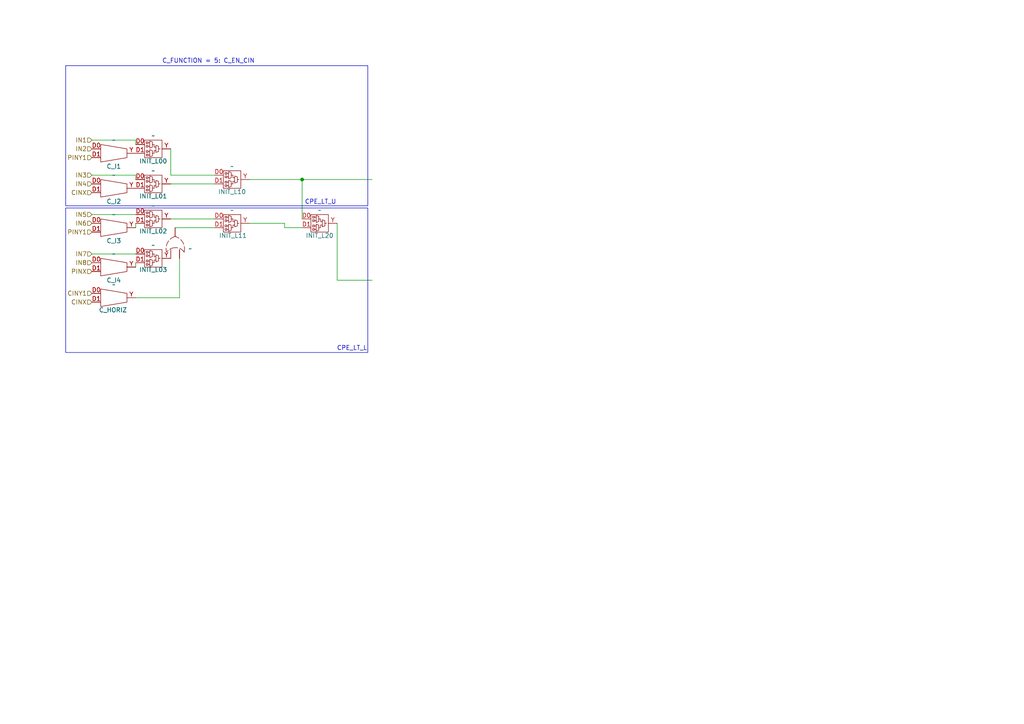
<source format=kicad_sch>
(kicad_sch
	(version 20250114)
	(generator "eeschema")
	(generator_version "9.0")
	(uuid "eb744f4d-ed1c-4ed4-afae-79c7c0942f52")
	(paper "A4")
	(lib_symbols
		(symbol "peppercorn:LUT2"
			(exclude_from_sim no)
			(in_bom yes)
			(on_board yes)
			(property "Reference" "L"
				(at 0 3.556 0)
				(effects
					(font
						(size 1.27 1.27)
					)
				)
			)
			(property "Value" ""
				(at 0 0 0)
				(effects
					(font
						(size 1.27 1.27)
					)
				)
			)
			(property "Footprint" ""
				(at 0 0 0)
				(effects
					(font
						(size 1.27 1.27)
					)
					(hide yes)
				)
			)
			(property "Datasheet" ""
				(at 0 0 0)
				(effects
					(font
						(size 1.27 1.27)
					)
					(hide yes)
				)
			)
			(property "Description" ""
				(at 0 0 0)
				(effects
					(font
						(size 1.27 1.27)
					)
					(hide yes)
				)
			)
			(symbol "LUT2_0_1"
				(rectangle
					(start -2.54 2.54)
					(end 2.54 -2.54)
					(stroke
						(width 0)
						(type default)
					)
					(fill
						(type none)
					)
				)
				(rectangle
					(start -2.032 2.032)
					(end -1.524 1.524)
					(stroke
						(width 0)
						(type default)
					)
					(fill
						(type none)
					)
				)
				(rectangle
					(start -2.032 1.016)
					(end -1.524 0.508)
					(stroke
						(width 0)
						(type default)
					)
					(fill
						(type none)
					)
				)
				(rectangle
					(start -2.032 -0.508)
					(end -1.524 -1.016)
					(stroke
						(width 0)
						(type default)
					)
					(fill
						(type none)
					)
				)
				(rectangle
					(start -2.032 -1.524)
					(end -1.524 -2.032)
					(stroke
						(width 0)
						(type default)
					)
					(fill
						(type none)
					)
				)
				(polyline
					(pts
						(xy -1.524 1.778) (xy -1.016 1.778)
					)
					(stroke
						(width 0)
						(type default)
					)
					(fill
						(type none)
					)
				)
				(polyline
					(pts
						(xy -1.524 0.762) (xy -1.016 0.762)
					)
					(stroke
						(width 0)
						(type default)
					)
					(fill
						(type none)
					)
				)
				(polyline
					(pts
						(xy -1.524 -0.762) (xy -1.016 -0.762)
					)
					(stroke
						(width 0)
						(type default)
					)
					(fill
						(type none)
					)
				)
				(polyline
					(pts
						(xy -1.524 -1.778) (xy -1.016 -1.778)
					)
					(stroke
						(width 0)
						(type default)
					)
					(fill
						(type none)
					)
				)
				(polyline
					(pts
						(xy -1.016 0.254) (xy -1.016 2.286) (xy -0.254 2.032) (xy -0.254 0.508) (xy -1.016 0.254)
					)
					(stroke
						(width 0)
						(type default)
					)
					(fill
						(type none)
					)
				)
				(polyline
					(pts
						(xy -1.016 -0.254) (xy -1.016 -2.286) (xy -0.254 -2.032) (xy -0.254 -0.508) (xy -1.016 -0.254)
					)
					(stroke
						(width 0)
						(type default)
					)
					(fill
						(type none)
					)
				)
				(polyline
					(pts
						(xy -0.254 1.27) (xy 0.254 1.27) (xy 0.254 0.508) (xy 0.762 0.508)
					)
					(stroke
						(width 0)
						(type default)
					)
					(fill
						(type none)
					)
				)
				(polyline
					(pts
						(xy -0.254 -1.27) (xy 0.254 -1.27) (xy 0.254 -0.508) (xy 0.762 -0.508)
					)
					(stroke
						(width 0)
						(type default)
					)
					(fill
						(type none)
					)
				)
				(polyline
					(pts
						(xy 0.762 -1.016) (xy 0.762 1.016) (xy 1.524 0.762) (xy 1.524 -0.762) (xy 0.762 -1.016)
					)
					(stroke
						(width 0)
						(type default)
					)
					(fill
						(type none)
					)
				)
				(polyline
					(pts
						(xy 1.524 0) (xy 2.032 0)
					)
					(stroke
						(width 0)
						(type default)
					)
					(fill
						(type none)
					)
				)
			)
			(symbol "LUT2_1_1"
				(pin input line
					(at -5.08 1.27 0)
					(length 2.54)
					(name ""
						(effects
							(font
								(size 1.27 1.27)
							)
						)
					)
					(number "D0"
						(effects
							(font
								(size 1.27 1.27)
							)
						)
					)
				)
				(pin input line
					(at -5.08 -1.27 0)
					(length 2.54)
					(name ""
						(effects
							(font
								(size 1.27 1.27)
							)
						)
					)
					(number "D1"
						(effects
							(font
								(size 1.27 1.27)
							)
						)
					)
				)
				(pin output line
					(at 5.08 0 180)
					(length 2.54)
					(name ""
						(effects
							(font
								(size 1.27 1.27)
							)
						)
					)
					(number "Y"
						(effects
							(font
								(size 1.27 1.27)
							)
						)
					)
				)
			)
			(embedded_fonts no)
		)
		(symbol "peppercorn:MUX2B"
			(exclude_from_sim no)
			(in_bom yes)
			(on_board yes)
			(property "Reference" "C"
				(at 0 -3.81 0)
				(effects
					(font
						(size 1.27 1.27)
					)
				)
			)
			(property "Value" ""
				(at 0 0 0)
				(effects
					(font
						(size 1.27 1.27)
					)
				)
			)
			(property "Footprint" ""
				(at 0 0 0)
				(effects
					(font
						(size 1.27 1.27)
					)
					(hide yes)
				)
			)
			(property "Datasheet" ""
				(at 0 0 0)
				(effects
					(font
						(size 1.27 1.27)
					)
					(hide yes)
				)
			)
			(property "Description" ""
				(at 0 0 0)
				(effects
					(font
						(size 1.27 1.27)
					)
					(hide yes)
				)
			)
			(symbol "MUX2B_0_1"
				(polyline
					(pts
						(xy -3.81 -2.54) (xy -3.81 2.54) (xy 3.81 1.27) (xy 3.81 -1.27) (xy -3.81 -2.54)
					)
					(stroke
						(width 0)
						(type default)
					)
					(fill
						(type none)
					)
				)
			)
			(symbol "MUX2B_1_1"
				(pin input line
					(at -6.35 1.27 0)
					(length 2.54)
					(name ""
						(effects
							(font
								(size 1.27 1.27)
							)
						)
					)
					(number "D0"
						(effects
							(font
								(size 1.27 1.27)
							)
						)
					)
				)
				(pin input line
					(at -6.35 -1.27 0)
					(length 2.54)
					(name ""
						(effects
							(font
								(size 1.27 1.27)
							)
						)
					)
					(number "D1"
						(effects
							(font
								(size 1.27 1.27)
							)
						)
					)
				)
				(pin output line
					(at 6.35 0 180)
					(length 2.54)
					(name ""
						(effects
							(font
								(size 1.27 1.27)
							)
						)
					)
					(number "Y"
						(effects
							(font
								(size 1.27 1.27)
							)
						)
					)
				)
			)
			(embedded_fonts no)
		)
		(symbol "peppercorn:OR"
			(exclude_from_sim no)
			(in_bom yes)
			(on_board yes)
			(property "Reference" "U"
				(at -1.27 0 0)
				(effects
					(font
						(size 1.27 1.27)
					)
				)
			)
			(property "Value" ""
				(at 0 0 0)
				(effects
					(font
						(size 1.27 1.27)
					)
				)
			)
			(property "Footprint" ""
				(at 0 0 0)
				(effects
					(font
						(size 1.27 1.27)
					)
					(hide yes)
				)
			)
			(property "Datasheet" ""
				(at 0 0 0)
				(effects
					(font
						(size 1.27 1.27)
					)
					(hide yes)
				)
			)
			(property "Description" ""
				(at 0 0 0)
				(effects
					(font
						(size 1.27 1.27)
					)
					(hide yes)
				)
			)
			(symbol "OR_1_1"
				(arc
					(start -3.275 2.49)
					(mid -2.3293 1.3753)
					(end -2.005 -0.05)
					(stroke
						(width 0)
						(type dash)
					)
					(fill
						(type none)
					)
				)
				(arc
					(start -2.005 -0.05)
					(mid -2.2775 -1.5013)
					(end -3.275 -2.59)
					(stroke
						(width 0)
						(type dash)
					)
					(fill
						(type none)
					)
				)
				(arc
					(start 1.27 0)
					(mid -0.4662 -2.2363)
					(end -3.2752 -2.5898)
					(stroke
						(width 0)
						(type dash)
					)
					(fill
						(type none)
					)
				)
				(arc
					(start -3.2752 2.4898)
					(mid -0.4869 2.1863)
					(end 1.27 0)
					(stroke
						(width 0)
						(type dash)
					)
					(fill
						(type none)
					)
				)
				(pin input line
					(at -5.08 1.27 0)
					(length 2.54)
					(name ""
						(effects
							(font
								(size 1.27 1.27)
							)
						)
					)
					(number ""
						(effects
							(font
								(size 1.27 1.27)
							)
						)
					)
				)
				(pin input line
					(at -5.08 -1.27 0)
					(length 2.54)
					(name ""
						(effects
							(font
								(size 1.27 1.27)
							)
						)
					)
					(number ""
						(effects
							(font
								(size 1.27 1.27)
							)
						)
					)
				)
				(pin input line
					(at 3.81 0 180)
					(length 2.54)
					(name ""
						(effects
							(font
								(size 1.27 1.27)
							)
						)
					)
					(number ""
						(effects
							(font
								(size 1.27 1.27)
							)
						)
					)
				)
			)
			(embedded_fonts no)
		)
	)
	(rectangle
		(start 19.05 60.325)
		(end 106.68 102.235)
		(stroke
			(width 0)
			(type default)
		)
		(fill
			(type none)
		)
		(uuid 290c1a59-09f9-422b-b8d8-d50fac1936aa)
	)
	(rectangle
		(start 19.05 19.05)
		(end 106.68 59.69)
		(stroke
			(width 0)
			(type default)
		)
		(fill
			(type none)
		)
		(uuid e2e3eb39-a083-411f-a529-982776159f32)
	)
	(text "CPE_LT_U"
		(exclude_from_sim no)
		(at 92.964 58.674 0)
		(effects
			(font
				(size 1.27 1.27)
			)
		)
		(uuid "3d2d775c-999d-4fff-940f-df30329ae2cd")
	)
	(text "CPE_LT_L"
		(exclude_from_sim no)
		(at 102.108 101.092 0)
		(effects
			(font
				(size 1.27 1.27)
			)
		)
		(uuid "91981d08-899e-4abe-9cbc-4204db7f2211")
	)
	(text "C_FUNCTION = 5: C_EN_CIN"
		(exclude_from_sim no)
		(at 60.452 17.78 0)
		(effects
			(font
				(size 1.27 1.27)
			)
		)
		(uuid "cac938b8-e0a3-4f61-a63b-35837a0641f3")
	)
	(junction
		(at 87.63 52.07)
		(diameter 0)
		(color 0 0 0 0)
		(uuid "a51a9262-c5b2-4110-9963-f121cf42420e")
	)
	(wire
		(pts
			(xy 26.67 50.8) (xy 39.37 50.8)
		)
		(stroke
			(width 0)
			(type default)
		)
		(uuid "135b487a-f0b1-4cae-9123-e68ae43231c9")
	)
	(wire
		(pts
			(xy 26.67 40.64) (xy 39.37 40.64)
		)
		(stroke
			(width 0)
			(type default)
		)
		(uuid "1379ca71-cf23-4c16-ad60-e6e4be387eb6")
	)
	(wire
		(pts
			(xy 39.37 64.77) (xy 39.37 66.04)
		)
		(stroke
			(width 0)
			(type default)
		)
		(uuid "1edc3726-1e1f-4fb4-8525-6194cc76478b")
	)
	(wire
		(pts
			(xy 39.37 40.64) (xy 39.37 41.91)
		)
		(stroke
			(width 0)
			(type default)
		)
		(uuid "31e4d571-0ee1-4d74-b8ea-fc180e4cbca5")
	)
	(wire
		(pts
			(xy 39.37 86.36) (xy 52.07 86.36)
		)
		(stroke
			(width 0)
			(type default)
		)
		(uuid "3b760a73-2fe0-4430-80a9-b188e30b07d6")
	)
	(wire
		(pts
			(xy 49.53 53.34) (xy 62.23 53.34)
		)
		(stroke
			(width 0)
			(type default)
		)
		(uuid "4f21a91b-55a3-44b8-86cb-8df46a3ccdaa")
	)
	(wire
		(pts
			(xy 87.63 52.07) (xy 107.95 52.07)
		)
		(stroke
			(width 0)
			(type default)
		)
		(uuid "56004903-2726-4eb3-9dfd-985a10ae7fba")
	)
	(wire
		(pts
			(xy 72.39 64.77) (xy 82.55 64.77)
		)
		(stroke
			(width 0)
			(type default)
		)
		(uuid "581405a0-8e48-4057-9c39-6388505014e8")
	)
	(wire
		(pts
			(xy 97.79 81.28) (xy 107.95 81.28)
		)
		(stroke
			(width 0)
			(type default)
		)
		(uuid "5a1b5582-f457-484a-af50-072c86d7d0e9")
	)
	(wire
		(pts
			(xy 39.37 50.8) (xy 39.37 52.07)
		)
		(stroke
			(width 0)
			(type default)
		)
		(uuid "5bee4357-5a00-4d3e-b0ca-27e911f3dace")
	)
	(wire
		(pts
			(xy 52.07 74.93) (xy 52.07 86.36)
		)
		(stroke
			(width 0)
			(type default)
		)
		(uuid "6317a9f2-76ab-4804-a466-c7be54060163")
	)
	(wire
		(pts
			(xy 26.67 62.23) (xy 39.37 62.23)
		)
		(stroke
			(width 0)
			(type default)
		)
		(uuid "63ed327c-98ba-4254-98e2-f1cbf76551f0")
	)
	(wire
		(pts
			(xy 97.79 64.77) (xy 97.79 81.28)
		)
		(stroke
			(width 0)
			(type default)
		)
		(uuid "68263cb4-fce0-46fb-aee4-e61119c5ca26")
	)
	(wire
		(pts
			(xy 72.39 52.07) (xy 87.63 52.07)
		)
		(stroke
			(width 0)
			(type default)
		)
		(uuid "708c633c-3a84-43bb-87f2-3fa8f820dee7")
	)
	(wire
		(pts
			(xy 26.67 73.66) (xy 39.37 73.66)
		)
		(stroke
			(width 0)
			(type default)
		)
		(uuid "8be6d53c-3e1e-4b00-a779-04d49f39d4a3")
	)
	(wire
		(pts
			(xy 50.8 66.04) (xy 62.23 66.04)
		)
		(stroke
			(width 0)
			(type default)
		)
		(uuid "8c18a28d-95ba-43b6-be90-36b13394973a")
	)
	(wire
		(pts
			(xy 39.37 76.2) (xy 39.37 77.47)
		)
		(stroke
			(width 0)
			(type default)
		)
		(uuid "9abb065a-fe3c-4718-9da7-9d4f63efecd3")
	)
	(wire
		(pts
			(xy 49.53 50.8) (xy 62.23 50.8)
		)
		(stroke
			(width 0)
			(type default)
		)
		(uuid "a618c695-4756-4713-bca1-e1ed11ed1ebd")
	)
	(wire
		(pts
			(xy 49.53 50.8) (xy 49.53 43.18)
		)
		(stroke
			(width 0)
			(type default)
		)
		(uuid "aa110595-33b6-4122-a20d-6a963035520e")
	)
	(wire
		(pts
			(xy 49.53 63.5) (xy 62.23 63.5)
		)
		(stroke
			(width 0)
			(type default)
		)
		(uuid "b69b7847-7b81-4ffe-a91a-b3633e79f9a5")
	)
	(wire
		(pts
			(xy 87.63 52.07) (xy 87.63 63.5)
		)
		(stroke
			(width 0)
			(type default)
		)
		(uuid "c2bac389-be5b-488a-86af-673fc384771a")
	)
	(wire
		(pts
			(xy 82.55 66.04) (xy 87.63 66.04)
		)
		(stroke
			(width 0)
			(type default)
		)
		(uuid "d9e59ee0-f186-474b-9505-63af96347307")
	)
	(wire
		(pts
			(xy 82.55 64.77) (xy 82.55 66.04)
		)
		(stroke
			(width 0)
			(type default)
		)
		(uuid "df3c725a-7523-46c0-94ae-1e9ac79d75b0")
	)
	(hierarchical_label "PINY1"
		(shape input)
		(at 26.67 67.31 180)
		(effects
			(font
				(size 1.27 1.27)
			)
			(justify right)
		)
		(uuid "08fb397d-c1be-4f2d-97be-c7c91323c917")
	)
	(hierarchical_label "IN8"
		(shape input)
		(at 26.67 76.2 180)
		(effects
			(font
				(size 1.27 1.27)
			)
			(justify right)
		)
		(uuid "28a6f432-af21-45af-b898-6f2d0ccf1ace")
	)
	(hierarchical_label "IN2"
		(shape input)
		(at 26.67 43.18 180)
		(effects
			(font
				(size 1.27 1.27)
			)
			(justify right)
		)
		(uuid "38e72af9-38cf-4dd1-8d84-1d6cb8b626f9")
	)
	(hierarchical_label "IN4"
		(shape input)
		(at 26.67 53.34 180)
		(effects
			(font
				(size 1.27 1.27)
			)
			(justify right)
		)
		(uuid "4aaa81d8-c5fa-402e-97b7-0a254160c688")
	)
	(hierarchical_label "CINY1"
		(shape input)
		(at 26.67 85.09 180)
		(effects
			(font
				(size 1.27 1.27)
			)
			(justify right)
		)
		(uuid "4afda80f-1760-40d3-8004-53bb3cc6968f")
	)
	(hierarchical_label "IN6"
		(shape input)
		(at 26.67 64.77 180)
		(effects
			(font
				(size 1.27 1.27)
			)
			(justify right)
		)
		(uuid "5bf617d1-8588-422c-a671-ccda4ffa87ef")
	)
	(hierarchical_label "IN1"
		(shape input)
		(at 26.67 40.64 180)
		(effects
			(font
				(size 1.27 1.27)
			)
			(justify right)
		)
		(uuid "7740f73e-bfc7-482a-bd6a-821eb6ae80b6")
	)
	(hierarchical_label "PINY1"
		(shape input)
		(at 26.67 45.72 180)
		(effects
			(font
				(size 1.27 1.27)
			)
			(justify right)
		)
		(uuid "9463eb74-4e57-458f-9069-1afca4aa601e")
	)
	(hierarchical_label "CINX"
		(shape input)
		(at 26.67 87.63 180)
		(effects
			(font
				(size 1.27 1.27)
			)
			(justify right)
		)
		(uuid "9a9e607c-87f4-49f4-b7d1-6524cfc91670")
	)
	(hierarchical_label "IN5"
		(shape input)
		(at 26.67 62.23 180)
		(effects
			(font
				(size 1.27 1.27)
			)
			(justify right)
		)
		(uuid "b154e8e6-8ad8-41b2-b951-ee2376bfc699")
	)
	(hierarchical_label "IN3"
		(shape input)
		(at 26.67 50.8 180)
		(effects
			(font
				(size 1.27 1.27)
			)
			(justify right)
		)
		(uuid "c7d6a502-e2c6-419a-b8f0-0db7c98bc9a4")
	)
	(hierarchical_label "CINX"
		(shape input)
		(at 26.67 55.88 180)
		(effects
			(font
				(size 1.27 1.27)
			)
			(justify right)
		)
		(uuid "d1f8a759-d6db-41f1-afa4-c8450701fd97")
	)
	(hierarchical_label "IN7"
		(shape input)
		(at 26.67 73.66 180)
		(effects
			(font
				(size 1.27 1.27)
			)
			(justify right)
		)
		(uuid "d9f8ced2-117a-4261-858e-e191e42fcdc2")
	)
	(hierarchical_label "PINX"
		(shape input)
		(at 26.67 78.74 180)
		(effects
			(font
				(size 1.27 1.27)
			)
			(justify right)
		)
		(uuid "e36d8770-e926-4b6b-a312-4eb2ff3ad366")
	)
	(symbol
		(lib_id "peppercorn:LUT2")
		(at 44.45 53.34 0)
		(unit 1)
		(exclude_from_sim no)
		(in_bom yes)
		(on_board yes)
		(dnp no)
		(uuid "288ac329-6dc5-4953-975c-fa377e9a2b10")
		(property "Reference" "INIT_L01"
			(at 44.45 56.896 0)
			(effects
				(font
					(size 1.27 1.27)
				)
			)
		)
		(property "Value" "~"
			(at 44.45 49.53 0)
			(effects
				(font
					(size 1.27 1.27)
				)
			)
		)
		(property "Footprint" ""
			(at 44.45 53.34 0)
			(effects
				(font
					(size 1.27 1.27)
				)
				(hide yes)
			)
		)
		(property "Datasheet" ""
			(at 44.45 53.34 0)
			(effects
				(font
					(size 1.27 1.27)
				)
				(hide yes)
			)
		)
		(property "Description" ""
			(at 44.45 53.34 0)
			(effects
				(font
					(size 1.27 1.27)
				)
				(hide yes)
			)
		)
		(pin "Y"
			(uuid "88b26620-8956-488d-9594-e5c3982ee5ff")
		)
		(pin "D1"
			(uuid "77240d97-c590-43ce-9c0d-296a27ed5337")
		)
		(pin "D0"
			(uuid "719158e7-1e2b-40cf-bba5-01b7dafce4bc")
		)
		(instances
			(project "prjpeppercorn"
				(path "/5a7723f7-3f6f-437e-b958-e402b06d3f54/cb769740-e0a9-4f3d-b622-ba158089ec4b/2f1e56f5-88a6-4944-a409-72559104271f"
					(reference "INIT_L01")
					(unit 1)
				)
			)
		)
	)
	(symbol
		(lib_id "peppercorn:LUT2")
		(at 44.45 43.18 0)
		(unit 1)
		(exclude_from_sim no)
		(in_bom yes)
		(on_board yes)
		(dnp no)
		(uuid "48df8b99-21ff-4762-960a-e041a5a5fa47")
		(property "Reference" "INIT_L00"
			(at 44.45 46.736 0)
			(effects
				(font
					(size 1.27 1.27)
				)
			)
		)
		(property "Value" "~"
			(at 44.45 39.37 0)
			(effects
				(font
					(size 1.27 1.27)
				)
			)
		)
		(property "Footprint" ""
			(at 44.45 43.18 0)
			(effects
				(font
					(size 1.27 1.27)
				)
				(hide yes)
			)
		)
		(property "Datasheet" ""
			(at 44.45 43.18 0)
			(effects
				(font
					(size 1.27 1.27)
				)
				(hide yes)
			)
		)
		(property "Description" ""
			(at 44.45 43.18 0)
			(effects
				(font
					(size 1.27 1.27)
				)
				(hide yes)
			)
		)
		(pin "Y"
			(uuid "af866b1e-0c30-40c7-9678-db501e3e94b3")
		)
		(pin "D1"
			(uuid "0e348577-82f5-400f-afe9-109b7014ef7e")
		)
		(pin "D0"
			(uuid "fd932184-0e66-413a-82ce-8e84f4da2318")
		)
		(instances
			(project "prjpeppercorn"
				(path "/5a7723f7-3f6f-437e-b958-e402b06d3f54/cb769740-e0a9-4f3d-b622-ba158089ec4b/2f1e56f5-88a6-4944-a409-72559104271f"
					(reference "INIT_L00")
					(unit 1)
				)
			)
		)
	)
	(symbol
		(lib_id "peppercorn:MUX2B")
		(at 33.02 66.04 0)
		(unit 1)
		(exclude_from_sim no)
		(in_bom yes)
		(on_board yes)
		(dnp no)
		(uuid "61fd5b83-c7c7-4eed-b000-1028194b93c0")
		(property "Reference" "C_I3"
			(at 33.02 69.85 0)
			(effects
				(font
					(size 1.27 1.27)
				)
			)
		)
		(property "Value" "~"
			(at 33.02 62.23 0)
			(effects
				(font
					(size 1.27 1.27)
				)
			)
		)
		(property "Footprint" ""
			(at 33.02 66.04 0)
			(effects
				(font
					(size 1.27 1.27)
				)
				(hide yes)
			)
		)
		(property "Datasheet" ""
			(at 33.02 66.04 0)
			(effects
				(font
					(size 1.27 1.27)
				)
				(hide yes)
			)
		)
		(property "Description" ""
			(at 33.02 66.04 0)
			(effects
				(font
					(size 1.27 1.27)
				)
				(hide yes)
			)
		)
		(pin "D1"
			(uuid "21ad2a3d-9710-4f03-a50f-59d92a9156bf")
		)
		(pin "D0"
			(uuid "81db1961-c2a0-43b3-87e7-cc489e097660")
		)
		(pin "Y"
			(uuid "46c046b6-1784-4a0a-bdbf-037ec99fbd04")
		)
		(instances
			(project "prjpeppercorn"
				(path "/5a7723f7-3f6f-437e-b958-e402b06d3f54/cb769740-e0a9-4f3d-b622-ba158089ec4b/2f1e56f5-88a6-4944-a409-72559104271f"
					(reference "C_I3")
					(unit 1)
				)
			)
		)
	)
	(symbol
		(lib_id "peppercorn:MUX2B")
		(at 33.02 54.61 0)
		(unit 1)
		(exclude_from_sim no)
		(in_bom yes)
		(on_board yes)
		(dnp no)
		(uuid "95bf429a-e202-454c-a03d-7eac67423197")
		(property "Reference" "C_I2"
			(at 33.02 58.42 0)
			(effects
				(font
					(size 1.27 1.27)
				)
			)
		)
		(property "Value" "~"
			(at 33.02 50.8 0)
			(effects
				(font
					(size 1.27 1.27)
				)
			)
		)
		(property "Footprint" ""
			(at 33.02 54.61 0)
			(effects
				(font
					(size 1.27 1.27)
				)
				(hide yes)
			)
		)
		(property "Datasheet" ""
			(at 33.02 54.61 0)
			(effects
				(font
					(size 1.27 1.27)
				)
				(hide yes)
			)
		)
		(property "Description" ""
			(at 33.02 54.61 0)
			(effects
				(font
					(size 1.27 1.27)
				)
				(hide yes)
			)
		)
		(pin "D1"
			(uuid "fe84bfa0-97e0-4768-abb5-5f2ace5abe2d")
		)
		(pin "D0"
			(uuid "b011591e-c250-48ca-bebd-e5eb67af5006")
		)
		(pin "Y"
			(uuid "19c00b46-d3fb-4c44-bd3e-50e0e6801e3d")
		)
		(instances
			(project "prjpeppercorn"
				(path "/5a7723f7-3f6f-437e-b958-e402b06d3f54/cb769740-e0a9-4f3d-b622-ba158089ec4b/2f1e56f5-88a6-4944-a409-72559104271f"
					(reference "C_I2")
					(unit 1)
				)
			)
		)
	)
	(symbol
		(lib_id "peppercorn:OR")
		(at 50.8 69.85 90)
		(unit 1)
		(exclude_from_sim no)
		(in_bom yes)
		(on_board yes)
		(dnp no)
		(fields_autoplaced yes)
		(uuid "96d39439-402b-45b9-9a0b-70c7686786bc")
		(property "Reference" "U9"
			(at 54.61 70.2175 90)
			(effects
				(font
					(size 1.27 1.27)
				)
				(justify right)
				(hide yes)
			)
		)
		(property "Value" "~"
			(at 54.61 72.1226 90)
			(effects
				(font
					(size 1.27 1.27)
				)
				(justify right)
			)
		)
		(property "Footprint" ""
			(at 50.8 69.85 0)
			(effects
				(font
					(size 1.27 1.27)
				)
				(hide yes)
			)
		)
		(property "Datasheet" ""
			(at 50.8 69.85 0)
			(effects
				(font
					(size 1.27 1.27)
				)
				(hide yes)
			)
		)
		(property "Description" ""
			(at 50.8 69.85 0)
			(effects
				(font
					(size 1.27 1.27)
				)
				(hide yes)
			)
		)
		(pin ""
			(uuid "3eca1e2d-6591-40ce-bd26-98d8a486dff2")
		)
		(pin ""
			(uuid "5c84951c-c9bb-4b9e-a8dd-3942d77ad445")
		)
		(pin ""
			(uuid "9d2ad0fa-a056-4318-9c40-647bf55dd2bf")
		)
		(instances
			(project ""
				(path "/5a7723f7-3f6f-437e-b958-e402b06d3f54/cb769740-e0a9-4f3d-b622-ba158089ec4b/2f1e56f5-88a6-4944-a409-72559104271f"
					(reference "U9")
					(unit 1)
				)
			)
		)
	)
	(symbol
		(lib_id "peppercorn:MUX2B")
		(at 33.02 86.36 0)
		(unit 1)
		(exclude_from_sim no)
		(in_bom yes)
		(on_board yes)
		(dnp no)
		(uuid "a19f8410-1a80-4df2-9bb3-ee4fd8c7b375")
		(property "Reference" "C_HORIZ"
			(at 32.766 89.916 0)
			(effects
				(font
					(size 1.27 1.27)
				)
			)
		)
		(property "Value" "~"
			(at 33.02 82.55 0)
			(effects
				(font
					(size 1.27 1.27)
				)
			)
		)
		(property "Footprint" ""
			(at 33.02 86.36 0)
			(effects
				(font
					(size 1.27 1.27)
				)
				(hide yes)
			)
		)
		(property "Datasheet" ""
			(at 33.02 86.36 0)
			(effects
				(font
					(size 1.27 1.27)
				)
				(hide yes)
			)
		)
		(property "Description" ""
			(at 33.02 86.36 0)
			(effects
				(font
					(size 1.27 1.27)
				)
				(hide yes)
			)
		)
		(pin "D0"
			(uuid "8eb83cb0-0949-414b-9de0-3bafb03e092a")
		)
		(pin "D1"
			(uuid "0b0d6f4c-2740-4a47-81ca-634d9ab77a96")
		)
		(pin "Y"
			(uuid "0b5c2bda-af31-4ec4-931e-ba63f951dc44")
		)
		(instances
			(project "prjpeppercorn"
				(path "/5a7723f7-3f6f-437e-b958-e402b06d3f54/cb769740-e0a9-4f3d-b622-ba158089ec4b/2f1e56f5-88a6-4944-a409-72559104271f"
					(reference "C_HORIZ")
					(unit 1)
				)
			)
		)
	)
	(symbol
		(lib_id "peppercorn:MUX2B")
		(at 33.02 77.47 0)
		(unit 1)
		(exclude_from_sim no)
		(in_bom yes)
		(on_board yes)
		(dnp no)
		(uuid "a2c3c877-979c-48bf-a2b3-9a7d2da73370")
		(property "Reference" "C_I4"
			(at 33.02 81.28 0)
			(effects
				(font
					(size 1.27 1.27)
				)
			)
		)
		(property "Value" "~"
			(at 33.02 73.66 0)
			(effects
				(font
					(size 1.27 1.27)
				)
			)
		)
		(property "Footprint" ""
			(at 33.02 77.47 0)
			(effects
				(font
					(size 1.27 1.27)
				)
				(hide yes)
			)
		)
		(property "Datasheet" ""
			(at 33.02 77.47 0)
			(effects
				(font
					(size 1.27 1.27)
				)
				(hide yes)
			)
		)
		(property "Description" ""
			(at 33.02 77.47 0)
			(effects
				(font
					(size 1.27 1.27)
				)
				(hide yes)
			)
		)
		(pin "D1"
			(uuid "86d7d363-02ce-46a7-875b-ad708c746d56")
		)
		(pin "D0"
			(uuid "65c53d07-ae6b-4a79-977d-94285286ca30")
		)
		(pin "Y"
			(uuid "1f20f960-ca9a-4804-911f-51822c13a767")
		)
		(instances
			(project "prjpeppercorn"
				(path "/5a7723f7-3f6f-437e-b958-e402b06d3f54/cb769740-e0a9-4f3d-b622-ba158089ec4b/2f1e56f5-88a6-4944-a409-72559104271f"
					(reference "C_I4")
					(unit 1)
				)
			)
		)
	)
	(symbol
		(lib_id "peppercorn:LUT2")
		(at 67.31 52.07 0)
		(unit 1)
		(exclude_from_sim no)
		(in_bom yes)
		(on_board yes)
		(dnp no)
		(uuid "b86de71c-68d6-4752-a9dc-487692ce0630")
		(property "Reference" "INIT_L10"
			(at 67.31 55.626 0)
			(effects
				(font
					(size 1.27 1.27)
				)
			)
		)
		(property "Value" "~"
			(at 67.31 48.26 0)
			(effects
				(font
					(size 1.27 1.27)
				)
			)
		)
		(property "Footprint" ""
			(at 67.31 52.07 0)
			(effects
				(font
					(size 1.27 1.27)
				)
				(hide yes)
			)
		)
		(property "Datasheet" ""
			(at 67.31 52.07 0)
			(effects
				(font
					(size 1.27 1.27)
				)
				(hide yes)
			)
		)
		(property "Description" ""
			(at 67.31 52.07 0)
			(effects
				(font
					(size 1.27 1.27)
				)
				(hide yes)
			)
		)
		(pin "Y"
			(uuid "b2057e29-c884-4621-8915-25e84a7c96a1")
		)
		(pin "D1"
			(uuid "4eefc77c-c7ba-48f8-9dbd-9951fc178049")
		)
		(pin "D0"
			(uuid "a89e8a10-7fe4-4234-b5da-0737ea0917dc")
		)
		(instances
			(project "prjpeppercorn"
				(path "/5a7723f7-3f6f-437e-b958-e402b06d3f54/cb769740-e0a9-4f3d-b622-ba158089ec4b/2f1e56f5-88a6-4944-a409-72559104271f"
					(reference "INIT_L10")
					(unit 1)
				)
			)
		)
	)
	(symbol
		(lib_id "peppercorn:LUT2")
		(at 44.45 74.93 0)
		(unit 1)
		(exclude_from_sim no)
		(in_bom yes)
		(on_board yes)
		(dnp no)
		(uuid "caac2e80-4100-4733-a224-c67e4485eb30")
		(property "Reference" "INIT_L03"
			(at 44.45 78.232 0)
			(effects
				(font
					(size 1.27 1.27)
				)
			)
		)
		(property "Value" "~"
			(at 44.45 71.12 0)
			(effects
				(font
					(size 1.27 1.27)
				)
			)
		)
		(property "Footprint" ""
			(at 44.45 74.93 0)
			(effects
				(font
					(size 1.27 1.27)
				)
				(hide yes)
			)
		)
		(property "Datasheet" ""
			(at 44.45 74.93 0)
			(effects
				(font
					(size 1.27 1.27)
				)
				(hide yes)
			)
		)
		(property "Description" ""
			(at 44.45 74.93 0)
			(effects
				(font
					(size 1.27 1.27)
				)
				(hide yes)
			)
		)
		(pin "Y"
			(uuid "393932a4-16fc-4548-ba5e-2b38707b0549")
		)
		(pin "D1"
			(uuid "3b4c9406-ff26-4c6a-8d39-ecd7e4f00e9b")
		)
		(pin "D0"
			(uuid "884bb480-0532-4a0a-970e-61745b89a2b5")
		)
		(instances
			(project "prjpeppercorn"
				(path "/5a7723f7-3f6f-437e-b958-e402b06d3f54/cb769740-e0a9-4f3d-b622-ba158089ec4b/2f1e56f5-88a6-4944-a409-72559104271f"
					(reference "INIT_L03")
					(unit 1)
				)
			)
		)
	)
	(symbol
		(lib_id "peppercorn:LUT2")
		(at 67.31 64.77 0)
		(unit 1)
		(exclude_from_sim no)
		(in_bom yes)
		(on_board yes)
		(dnp no)
		(uuid "d909a7af-5c05-4a2f-85d0-ff69343f2b67")
		(property "Reference" "INIT_L11"
			(at 67.564 68.326 0)
			(effects
				(font
					(size 1.27 1.27)
				)
			)
		)
		(property "Value" "~"
			(at 67.31 60.96 0)
			(effects
				(font
					(size 1.27 1.27)
				)
			)
		)
		(property "Footprint" ""
			(at 67.31 64.77 0)
			(effects
				(font
					(size 1.27 1.27)
				)
				(hide yes)
			)
		)
		(property "Datasheet" ""
			(at 67.31 64.77 0)
			(effects
				(font
					(size 1.27 1.27)
				)
				(hide yes)
			)
		)
		(property "Description" ""
			(at 67.31 64.77 0)
			(effects
				(font
					(size 1.27 1.27)
				)
				(hide yes)
			)
		)
		(pin "Y"
			(uuid "facb2fa6-066b-4bcd-a156-c5bb9323c8cc")
		)
		(pin "D1"
			(uuid "b87f301d-d6cb-43a2-a2c5-3a5f6213fcc7")
		)
		(pin "D0"
			(uuid "64a806f4-77a8-4f0c-af56-b991bfdabc06")
		)
		(instances
			(project "prjpeppercorn"
				(path "/5a7723f7-3f6f-437e-b958-e402b06d3f54/cb769740-e0a9-4f3d-b622-ba158089ec4b/2f1e56f5-88a6-4944-a409-72559104271f"
					(reference "INIT_L11")
					(unit 1)
				)
			)
		)
	)
	(symbol
		(lib_id "peppercorn:LUT2")
		(at 44.45 63.5 0)
		(unit 1)
		(exclude_from_sim no)
		(in_bom yes)
		(on_board yes)
		(dnp no)
		(uuid "dc6f9a3f-609f-4c02-9478-f1514201e674")
		(property "Reference" "INIT_L02"
			(at 44.45 67.056 0)
			(effects
				(font
					(size 1.27 1.27)
				)
			)
		)
		(property "Value" "~"
			(at 44.45 59.69 0)
			(effects
				(font
					(size 1.27 1.27)
				)
			)
		)
		(property "Footprint" ""
			(at 44.45 63.5 0)
			(effects
				(font
					(size 1.27 1.27)
				)
				(hide yes)
			)
		)
		(property "Datasheet" ""
			(at 44.45 63.5 0)
			(effects
				(font
					(size 1.27 1.27)
				)
				(hide yes)
			)
		)
		(property "Description" ""
			(at 44.45 63.5 0)
			(effects
				(font
					(size 1.27 1.27)
				)
				(hide yes)
			)
		)
		(pin "Y"
			(uuid "729c38f2-83fc-41c7-b753-b7abcaa5eeb0")
		)
		(pin "D1"
			(uuid "86c16b82-3764-43a3-bcc8-443b49ca7f93")
		)
		(pin "D0"
			(uuid "88f4d363-c918-46d7-bcd9-123e7041adbf")
		)
		(instances
			(project "prjpeppercorn"
				(path "/5a7723f7-3f6f-437e-b958-e402b06d3f54/cb769740-e0a9-4f3d-b622-ba158089ec4b/2f1e56f5-88a6-4944-a409-72559104271f"
					(reference "INIT_L02")
					(unit 1)
				)
			)
		)
	)
	(symbol
		(lib_id "peppercorn:MUX2B")
		(at 33.02 44.45 0)
		(unit 1)
		(exclude_from_sim no)
		(in_bom yes)
		(on_board yes)
		(dnp no)
		(uuid "e5852f51-f6c9-44c1-bc23-1df5ded4f470")
		(property "Reference" "C_I1"
			(at 33.02 48.26 0)
			(effects
				(font
					(size 1.27 1.27)
				)
			)
		)
		(property "Value" "~"
			(at 33.02 40.64 0)
			(effects
				(font
					(size 1.27 1.27)
				)
			)
		)
		(property "Footprint" ""
			(at 33.02 44.45 0)
			(effects
				(font
					(size 1.27 1.27)
				)
				(hide yes)
			)
		)
		(property "Datasheet" ""
			(at 33.02 44.45 0)
			(effects
				(font
					(size 1.27 1.27)
				)
				(hide yes)
			)
		)
		(property "Description" ""
			(at 33.02 44.45 0)
			(effects
				(font
					(size 1.27 1.27)
				)
				(hide yes)
			)
		)
		(pin "D1"
			(uuid "cd1df25b-88cd-4979-9de1-7bfd445c7e8f")
		)
		(pin "D0"
			(uuid "ec907b0f-6a6b-492d-89ff-f7b56ce9d66c")
		)
		(pin "Y"
			(uuid "3489a6e8-6af0-4a12-b5ef-e0299e225683")
		)
		(instances
			(project "prjpeppercorn"
				(path "/5a7723f7-3f6f-437e-b958-e402b06d3f54/cb769740-e0a9-4f3d-b622-ba158089ec4b/2f1e56f5-88a6-4944-a409-72559104271f"
					(reference "C_I1")
					(unit 1)
				)
			)
		)
	)
	(symbol
		(lib_id "peppercorn:LUT2")
		(at 92.71 64.77 0)
		(unit 1)
		(exclude_from_sim no)
		(in_bom yes)
		(on_board yes)
		(dnp no)
		(uuid "eed986a3-f715-4fb2-9eed-9a616b76681d")
		(property "Reference" "INIT_L20"
			(at 92.71 68.326 0)
			(effects
				(font
					(size 1.27 1.27)
				)
			)
		)
		(property "Value" "~"
			(at 92.71 60.96 0)
			(effects
				(font
					(size 1.27 1.27)
				)
			)
		)
		(property "Footprint" ""
			(at 92.71 64.77 0)
			(effects
				(font
					(size 1.27 1.27)
				)
				(hide yes)
			)
		)
		(property "Datasheet" ""
			(at 92.71 64.77 0)
			(effects
				(font
					(size 1.27 1.27)
				)
				(hide yes)
			)
		)
		(property "Description" ""
			(at 92.71 64.77 0)
			(effects
				(font
					(size 1.27 1.27)
				)
				(hide yes)
			)
		)
		(pin "Y"
			(uuid "04061681-d7ad-43a0-8399-7b81337fa87b")
		)
		(pin "D1"
			(uuid "119c9ee7-e01c-4e2a-85b8-536c968889a1")
		)
		(pin "D0"
			(uuid "13e12dbf-920a-489f-92c0-568a31536346")
		)
		(instances
			(project "prjpeppercorn"
				(path "/5a7723f7-3f6f-437e-b958-e402b06d3f54/cb769740-e0a9-4f3d-b622-ba158089ec4b/2f1e56f5-88a6-4944-a409-72559104271f"
					(reference "INIT_L20")
					(unit 1)
				)
			)
		)
	)
)

</source>
